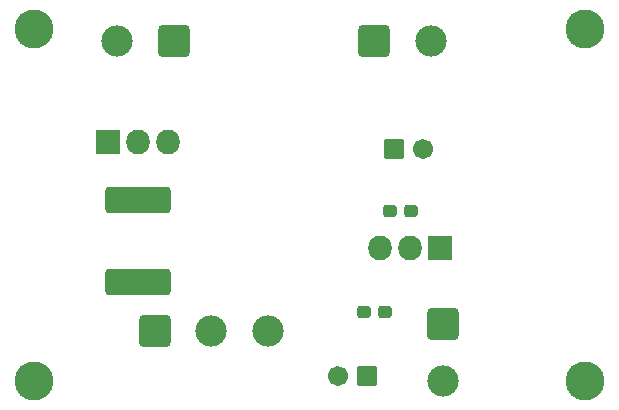
<source format=gbr>
%TF.GenerationSoftware,KiCad,Pcbnew,(6.0.10)*%
%TF.CreationDate,2023-01-14T17:08:10-08:00*%
%TF.ProjectId,power,706f7765-722e-46b6-9963-61645f706362,rev?*%
%TF.SameCoordinates,PX62fdcc0PY7270e00*%
%TF.FileFunction,Soldermask,Top*%
%TF.FilePolarity,Negative*%
%FSLAX46Y46*%
G04 Gerber Fmt 4.6, Leading zero omitted, Abs format (unit mm)*
G04 Created by KiCad (PCBNEW (6.0.10)) date 2023-01-14 17:08:10*
%MOMM*%
%LPD*%
G01*
G04 APERTURE LIST*
G04 Aperture macros list*
%AMRoundRect*
0 Rectangle with rounded corners*
0 $1 Rounding radius*
0 $2 $3 $4 $5 $6 $7 $8 $9 X,Y pos of 4 corners*
0 Add a 4 corners polygon primitive as box body*
4,1,4,$2,$3,$4,$5,$6,$7,$8,$9,$2,$3,0*
0 Add four circle primitives for the rounded corners*
1,1,$1+$1,$2,$3*
1,1,$1+$1,$4,$5*
1,1,$1+$1,$6,$7*
1,1,$1+$1,$8,$9*
0 Add four rect primitives between the rounded corners*
20,1,$1+$1,$2,$3,$4,$5,0*
20,1,$1+$1,$4,$5,$6,$7,0*
20,1,$1+$1,$6,$7,$8,$9,0*
20,1,$1+$1,$8,$9,$2,$3,0*%
G04 Aperture macros list end*
%ADD10C,3.301600*%
%ADD11C,2.651600*%
%ADD12RoundRect,0.300799X-1.025001X1.025001X-1.025001X-1.025001X1.025001X-1.025001X1.025001X1.025001X0*%
%ADD13RoundRect,0.300799X-1.025001X-1.025001X1.025001X-1.025001X1.025001X1.025001X-1.025001X1.025001X0*%
%ADD14RoundRect,0.300799X1.025001X1.025001X-1.025001X1.025001X-1.025001X-1.025001X1.025001X-1.025001X0*%
%ADD15RoundRect,0.288300X0.300000X0.237500X-0.300000X0.237500X-0.300000X-0.237500X0.300000X-0.237500X0*%
%ADD16C,1.701600*%
%ADD17RoundRect,0.050800X0.800000X0.800000X-0.800000X0.800000X-0.800000X-0.800000X0.800000X-0.800000X0*%
%ADD18O,2.006600X2.101600*%
%ADD19RoundRect,0.050800X-0.952500X-1.000000X0.952500X-1.000000X0.952500X1.000000X-0.952500X1.000000X0*%
%ADD20RoundRect,0.050800X0.952500X1.000000X-0.952500X1.000000X-0.952500X-1.000000X0.952500X-1.000000X0*%
%ADD21RoundRect,0.050800X-0.800000X-0.800000X0.800000X-0.800000X0.800000X0.800000X-0.800000X0.800000X0*%
%ADD22RoundRect,0.288300X-0.300000X-0.237500X0.300000X-0.237500X0.300000X0.237500X-0.300000X0.237500X0*%
%ADD23RoundRect,0.300801X-2.474999X0.799999X-2.474999X-0.799999X2.474999X-0.799999X2.474999X0.799999X0*%
G04 APERTURE END LIST*
D10*
%TO.C,REF2*%
X51800000Y34600000D03*
%TD*%
%TO.C,REF4*%
X51800000Y4800000D03*
%TD*%
%TO.C,REF3*%
X5200000Y4800000D03*
%TD*%
%TO.C,REF1*%
X5200000Y34600000D03*
%TD*%
D11*
%TO.C,J4*%
X39800000Y4800000D03*
D12*
X39800000Y9600000D03*
%TD*%
D11*
%TO.C,J3*%
X38800000Y33600000D03*
D13*
X34000000Y33600000D03*
%TD*%
D11*
%TO.C,J2*%
X25000000Y9000000D03*
X20200000Y9000000D03*
D13*
X15400000Y9000000D03*
%TD*%
D11*
%TO.C,J1*%
X12200000Y33600000D03*
D14*
X17000000Y33600000D03*
%TD*%
D15*
%TO.C,C4*%
X33137500Y10600000D03*
X34862500Y10600000D03*
%TD*%
D16*
%TO.C,C3*%
X30900000Y5200000D03*
D17*
X33400000Y5200000D03*
%TD*%
D18*
%TO.C,Q1*%
X16540000Y25000000D03*
X14000000Y25000000D03*
D19*
X11460000Y25000000D03*
%TD*%
D18*
%TO.C,U1*%
X34460000Y16000000D03*
X37000000Y16000000D03*
D20*
X39540000Y16000000D03*
%TD*%
D16*
%TO.C,C1*%
X38138606Y24400000D03*
D21*
X35638606Y24400000D03*
%TD*%
D22*
%TO.C,C2*%
X37062500Y19200000D03*
X35337500Y19200000D03*
%TD*%
D23*
%TO.C,F1*%
X14000000Y13125000D03*
X14000000Y20075000D03*
%TD*%
G36*
X16473033Y12025201D02*
G01*
X16473033Y12023201D01*
X16471584Y12022221D01*
X16471577Y12022220D01*
X16471294Y12022200D01*
X11528687Y12022200D01*
X11526955Y12023200D01*
X11526955Y12025200D01*
X11528687Y12026200D01*
X16471301Y12026201D01*
X16473033Y12025201D01*
G37*
G36*
X16473045Y14226800D02*
G01*
X16473045Y14224800D01*
X16471313Y14223800D01*
X11528699Y14223799D01*
X11526967Y14224799D01*
X11526967Y14226799D01*
X11528416Y14227779D01*
X11528423Y14227780D01*
X11528706Y14227800D01*
X16471313Y14227800D01*
X16473045Y14226800D01*
G37*
G36*
X16473033Y18975201D02*
G01*
X16473033Y18973201D01*
X16471584Y18972221D01*
X16471577Y18972220D01*
X16471294Y18972200D01*
X11528687Y18972200D01*
X11526955Y18973200D01*
X11526955Y18975200D01*
X11528687Y18976200D01*
X16471301Y18976201D01*
X16473033Y18975201D01*
G37*
G36*
X16473045Y21176800D02*
G01*
X16473045Y21174800D01*
X16471313Y21173800D01*
X11528699Y21173799D01*
X11526967Y21174799D01*
X11526967Y21176799D01*
X11528416Y21177779D01*
X11528423Y21177780D01*
X11528706Y21177800D01*
X16471313Y21177800D01*
X16473045Y21176800D01*
G37*
M02*

</source>
